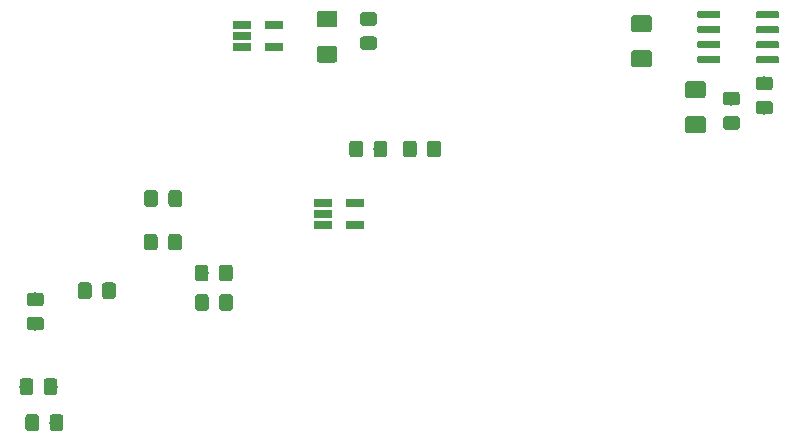
<source format=gbp>
G04 #@! TF.GenerationSoftware,KiCad,Pcbnew,(5.1.2)-1*
G04 #@! TF.CreationDate,2022-03-08T20:05:08-05:00*
G04 #@! TF.ProjectId,telemetry_receiver,74656c65-6d65-4747-9279-5f7265636569,rev?*
G04 #@! TF.SameCoordinates,Original*
G04 #@! TF.FileFunction,Paste,Bot*
G04 #@! TF.FilePolarity,Positive*
%FSLAX46Y46*%
G04 Gerber Fmt 4.6, Leading zero omitted, Abs format (unit mm)*
G04 Created by KiCad (PCBNEW (5.1.2)-1) date 2022-03-08 20:05:08*
%MOMM*%
%LPD*%
G04 APERTURE LIST*
%ADD10C,0.100000*%
%ADD11C,1.425000*%
%ADD12C,1.150000*%
%ADD13R,1.560000X0.650000*%
%ADD14C,0.600000*%
G04 APERTURE END LIST*
D10*
G36*
X154827504Y-77266704D02*
G01*
X154851773Y-77270304D01*
X154875571Y-77276265D01*
X154898671Y-77284530D01*
X154920849Y-77295020D01*
X154941893Y-77307633D01*
X154961598Y-77322247D01*
X154979777Y-77338723D01*
X154996253Y-77356902D01*
X155010867Y-77376607D01*
X155023480Y-77397651D01*
X155033970Y-77419829D01*
X155042235Y-77442929D01*
X155048196Y-77466727D01*
X155051796Y-77490996D01*
X155053000Y-77515500D01*
X155053000Y-78440500D01*
X155051796Y-78465004D01*
X155048196Y-78489273D01*
X155042235Y-78513071D01*
X155033970Y-78536171D01*
X155023480Y-78558349D01*
X155010867Y-78579393D01*
X154996253Y-78599098D01*
X154979777Y-78617277D01*
X154961598Y-78633753D01*
X154941893Y-78648367D01*
X154920849Y-78660980D01*
X154898671Y-78671470D01*
X154875571Y-78679735D01*
X154851773Y-78685696D01*
X154827504Y-78689296D01*
X154803000Y-78690500D01*
X153553000Y-78690500D01*
X153528496Y-78689296D01*
X153504227Y-78685696D01*
X153480429Y-78679735D01*
X153457329Y-78671470D01*
X153435151Y-78660980D01*
X153414107Y-78648367D01*
X153394402Y-78633753D01*
X153376223Y-78617277D01*
X153359747Y-78599098D01*
X153345133Y-78579393D01*
X153332520Y-78558349D01*
X153322030Y-78536171D01*
X153313765Y-78513071D01*
X153307804Y-78489273D01*
X153304204Y-78465004D01*
X153303000Y-78440500D01*
X153303000Y-77515500D01*
X153304204Y-77490996D01*
X153307804Y-77466727D01*
X153313765Y-77442929D01*
X153322030Y-77419829D01*
X153332520Y-77397651D01*
X153345133Y-77376607D01*
X153359747Y-77356902D01*
X153376223Y-77338723D01*
X153394402Y-77322247D01*
X153414107Y-77307633D01*
X153435151Y-77295020D01*
X153457329Y-77284530D01*
X153480429Y-77276265D01*
X153504227Y-77270304D01*
X153528496Y-77266704D01*
X153553000Y-77265500D01*
X154803000Y-77265500D01*
X154827504Y-77266704D01*
X154827504Y-77266704D01*
G37*
D11*
X154178000Y-77978000D03*
D10*
G36*
X154827504Y-80241704D02*
G01*
X154851773Y-80245304D01*
X154875571Y-80251265D01*
X154898671Y-80259530D01*
X154920849Y-80270020D01*
X154941893Y-80282633D01*
X154961598Y-80297247D01*
X154979777Y-80313723D01*
X154996253Y-80331902D01*
X155010867Y-80351607D01*
X155023480Y-80372651D01*
X155033970Y-80394829D01*
X155042235Y-80417929D01*
X155048196Y-80441727D01*
X155051796Y-80465996D01*
X155053000Y-80490500D01*
X155053000Y-81415500D01*
X155051796Y-81440004D01*
X155048196Y-81464273D01*
X155042235Y-81488071D01*
X155033970Y-81511171D01*
X155023480Y-81533349D01*
X155010867Y-81554393D01*
X154996253Y-81574098D01*
X154979777Y-81592277D01*
X154961598Y-81608753D01*
X154941893Y-81623367D01*
X154920849Y-81635980D01*
X154898671Y-81646470D01*
X154875571Y-81654735D01*
X154851773Y-81660696D01*
X154827504Y-81664296D01*
X154803000Y-81665500D01*
X153553000Y-81665500D01*
X153528496Y-81664296D01*
X153504227Y-81660696D01*
X153480429Y-81654735D01*
X153457329Y-81646470D01*
X153435151Y-81635980D01*
X153414107Y-81623367D01*
X153394402Y-81608753D01*
X153376223Y-81592277D01*
X153359747Y-81574098D01*
X153345133Y-81554393D01*
X153332520Y-81533349D01*
X153322030Y-81511171D01*
X153313765Y-81488071D01*
X153307804Y-81464273D01*
X153304204Y-81440004D01*
X153303000Y-81415500D01*
X153303000Y-80490500D01*
X153304204Y-80465996D01*
X153307804Y-80441727D01*
X153313765Y-80417929D01*
X153322030Y-80394829D01*
X153332520Y-80372651D01*
X153345133Y-80351607D01*
X153359747Y-80331902D01*
X153376223Y-80313723D01*
X153394402Y-80297247D01*
X153414107Y-80282633D01*
X153435151Y-80270020D01*
X153457329Y-80259530D01*
X153480429Y-80251265D01*
X153504227Y-80245304D01*
X153528496Y-80241704D01*
X153553000Y-80240500D01*
X154803000Y-80240500D01*
X154827504Y-80241704D01*
X154827504Y-80241704D01*
G37*
D11*
X154178000Y-80953000D03*
D10*
G36*
X98375505Y-105473204D02*
G01*
X98399773Y-105476804D01*
X98423572Y-105482765D01*
X98446671Y-105491030D01*
X98468850Y-105501520D01*
X98489893Y-105514132D01*
X98509599Y-105528747D01*
X98527777Y-105545223D01*
X98544253Y-105563401D01*
X98558868Y-105583107D01*
X98571480Y-105604150D01*
X98581970Y-105626329D01*
X98590235Y-105649428D01*
X98596196Y-105673227D01*
X98599796Y-105697495D01*
X98601000Y-105721999D01*
X98601000Y-106622001D01*
X98599796Y-106646505D01*
X98596196Y-106670773D01*
X98590235Y-106694572D01*
X98581970Y-106717671D01*
X98571480Y-106739850D01*
X98558868Y-106760893D01*
X98544253Y-106780599D01*
X98527777Y-106798777D01*
X98509599Y-106815253D01*
X98489893Y-106829868D01*
X98468850Y-106842480D01*
X98446671Y-106852970D01*
X98423572Y-106861235D01*
X98399773Y-106867196D01*
X98375505Y-106870796D01*
X98351001Y-106872000D01*
X97700999Y-106872000D01*
X97676495Y-106870796D01*
X97652227Y-106867196D01*
X97628428Y-106861235D01*
X97605329Y-106852970D01*
X97583150Y-106842480D01*
X97562107Y-106829868D01*
X97542401Y-106815253D01*
X97524223Y-106798777D01*
X97507747Y-106780599D01*
X97493132Y-106760893D01*
X97480520Y-106739850D01*
X97470030Y-106717671D01*
X97461765Y-106694572D01*
X97455804Y-106670773D01*
X97452204Y-106646505D01*
X97451000Y-106622001D01*
X97451000Y-105721999D01*
X97452204Y-105697495D01*
X97455804Y-105673227D01*
X97461765Y-105649428D01*
X97470030Y-105626329D01*
X97480520Y-105604150D01*
X97493132Y-105583107D01*
X97507747Y-105563401D01*
X97524223Y-105545223D01*
X97542401Y-105528747D01*
X97562107Y-105514132D01*
X97583150Y-105501520D01*
X97605329Y-105491030D01*
X97628428Y-105482765D01*
X97652227Y-105476804D01*
X97676495Y-105473204D01*
X97700999Y-105472000D01*
X98351001Y-105472000D01*
X98375505Y-105473204D01*
X98375505Y-105473204D01*
G37*
D12*
X98026000Y-106172000D03*
D10*
G36*
X100425505Y-105473204D02*
G01*
X100449773Y-105476804D01*
X100473572Y-105482765D01*
X100496671Y-105491030D01*
X100518850Y-105501520D01*
X100539893Y-105514132D01*
X100559599Y-105528747D01*
X100577777Y-105545223D01*
X100594253Y-105563401D01*
X100608868Y-105583107D01*
X100621480Y-105604150D01*
X100631970Y-105626329D01*
X100640235Y-105649428D01*
X100646196Y-105673227D01*
X100649796Y-105697495D01*
X100651000Y-105721999D01*
X100651000Y-106622001D01*
X100649796Y-106646505D01*
X100646196Y-106670773D01*
X100640235Y-106694572D01*
X100631970Y-106717671D01*
X100621480Y-106739850D01*
X100608868Y-106760893D01*
X100594253Y-106780599D01*
X100577777Y-106798777D01*
X100559599Y-106815253D01*
X100539893Y-106829868D01*
X100518850Y-106842480D01*
X100496671Y-106852970D01*
X100473572Y-106861235D01*
X100449773Y-106867196D01*
X100425505Y-106870796D01*
X100401001Y-106872000D01*
X99750999Y-106872000D01*
X99726495Y-106870796D01*
X99702227Y-106867196D01*
X99678428Y-106861235D01*
X99655329Y-106852970D01*
X99633150Y-106842480D01*
X99612107Y-106829868D01*
X99592401Y-106815253D01*
X99574223Y-106798777D01*
X99557747Y-106780599D01*
X99543132Y-106760893D01*
X99530520Y-106739850D01*
X99520030Y-106717671D01*
X99511765Y-106694572D01*
X99505804Y-106670773D01*
X99502204Y-106646505D01*
X99501000Y-106622001D01*
X99501000Y-105721999D01*
X99502204Y-105697495D01*
X99505804Y-105673227D01*
X99511765Y-105649428D01*
X99520030Y-105626329D01*
X99530520Y-105604150D01*
X99543132Y-105583107D01*
X99557747Y-105563401D01*
X99574223Y-105545223D01*
X99592401Y-105528747D01*
X99612107Y-105514132D01*
X99633150Y-105501520D01*
X99655329Y-105491030D01*
X99678428Y-105482765D01*
X99702227Y-105476804D01*
X99726495Y-105473204D01*
X99750999Y-105472000D01*
X100401001Y-105472000D01*
X100425505Y-105473204D01*
X100425505Y-105473204D01*
G37*
D12*
X100076000Y-106172000D03*
D13*
X115800000Y-74400000D03*
X115800000Y-73450000D03*
X115800000Y-72500000D03*
X118500000Y-72500000D03*
X118500000Y-74400000D03*
X122650000Y-89450000D03*
X122650000Y-88500000D03*
X122650000Y-87550000D03*
X125350000Y-87550000D03*
X125350000Y-89450000D03*
D10*
G36*
X156163703Y-75138722D02*
G01*
X156178264Y-75140882D01*
X156192543Y-75144459D01*
X156206403Y-75149418D01*
X156219710Y-75155712D01*
X156232336Y-75163280D01*
X156244159Y-75172048D01*
X156255066Y-75181934D01*
X156264952Y-75192841D01*
X156273720Y-75204664D01*
X156281288Y-75217290D01*
X156287582Y-75230597D01*
X156292541Y-75244457D01*
X156296118Y-75258736D01*
X156298278Y-75273297D01*
X156299000Y-75288000D01*
X156299000Y-75588000D01*
X156298278Y-75602703D01*
X156296118Y-75617264D01*
X156292541Y-75631543D01*
X156287582Y-75645403D01*
X156281288Y-75658710D01*
X156273720Y-75671336D01*
X156264952Y-75683159D01*
X156255066Y-75694066D01*
X156244159Y-75703952D01*
X156232336Y-75712720D01*
X156219710Y-75720288D01*
X156206403Y-75726582D01*
X156192543Y-75731541D01*
X156178264Y-75735118D01*
X156163703Y-75737278D01*
X156149000Y-75738000D01*
X154499000Y-75738000D01*
X154484297Y-75737278D01*
X154469736Y-75735118D01*
X154455457Y-75731541D01*
X154441597Y-75726582D01*
X154428290Y-75720288D01*
X154415664Y-75712720D01*
X154403841Y-75703952D01*
X154392934Y-75694066D01*
X154383048Y-75683159D01*
X154374280Y-75671336D01*
X154366712Y-75658710D01*
X154360418Y-75645403D01*
X154355459Y-75631543D01*
X154351882Y-75617264D01*
X154349722Y-75602703D01*
X154349000Y-75588000D01*
X154349000Y-75288000D01*
X154349722Y-75273297D01*
X154351882Y-75258736D01*
X154355459Y-75244457D01*
X154360418Y-75230597D01*
X154366712Y-75217290D01*
X154374280Y-75204664D01*
X154383048Y-75192841D01*
X154392934Y-75181934D01*
X154403841Y-75172048D01*
X154415664Y-75163280D01*
X154428290Y-75155712D01*
X154441597Y-75149418D01*
X154455457Y-75144459D01*
X154469736Y-75140882D01*
X154484297Y-75138722D01*
X154499000Y-75138000D01*
X156149000Y-75138000D01*
X156163703Y-75138722D01*
X156163703Y-75138722D01*
G37*
D14*
X155324000Y-75438000D03*
D10*
G36*
X156163703Y-73868722D02*
G01*
X156178264Y-73870882D01*
X156192543Y-73874459D01*
X156206403Y-73879418D01*
X156219710Y-73885712D01*
X156232336Y-73893280D01*
X156244159Y-73902048D01*
X156255066Y-73911934D01*
X156264952Y-73922841D01*
X156273720Y-73934664D01*
X156281288Y-73947290D01*
X156287582Y-73960597D01*
X156292541Y-73974457D01*
X156296118Y-73988736D01*
X156298278Y-74003297D01*
X156299000Y-74018000D01*
X156299000Y-74318000D01*
X156298278Y-74332703D01*
X156296118Y-74347264D01*
X156292541Y-74361543D01*
X156287582Y-74375403D01*
X156281288Y-74388710D01*
X156273720Y-74401336D01*
X156264952Y-74413159D01*
X156255066Y-74424066D01*
X156244159Y-74433952D01*
X156232336Y-74442720D01*
X156219710Y-74450288D01*
X156206403Y-74456582D01*
X156192543Y-74461541D01*
X156178264Y-74465118D01*
X156163703Y-74467278D01*
X156149000Y-74468000D01*
X154499000Y-74468000D01*
X154484297Y-74467278D01*
X154469736Y-74465118D01*
X154455457Y-74461541D01*
X154441597Y-74456582D01*
X154428290Y-74450288D01*
X154415664Y-74442720D01*
X154403841Y-74433952D01*
X154392934Y-74424066D01*
X154383048Y-74413159D01*
X154374280Y-74401336D01*
X154366712Y-74388710D01*
X154360418Y-74375403D01*
X154355459Y-74361543D01*
X154351882Y-74347264D01*
X154349722Y-74332703D01*
X154349000Y-74318000D01*
X154349000Y-74018000D01*
X154349722Y-74003297D01*
X154351882Y-73988736D01*
X154355459Y-73974457D01*
X154360418Y-73960597D01*
X154366712Y-73947290D01*
X154374280Y-73934664D01*
X154383048Y-73922841D01*
X154392934Y-73911934D01*
X154403841Y-73902048D01*
X154415664Y-73893280D01*
X154428290Y-73885712D01*
X154441597Y-73879418D01*
X154455457Y-73874459D01*
X154469736Y-73870882D01*
X154484297Y-73868722D01*
X154499000Y-73868000D01*
X156149000Y-73868000D01*
X156163703Y-73868722D01*
X156163703Y-73868722D01*
G37*
D14*
X155324000Y-74168000D03*
D10*
G36*
X156163703Y-72598722D02*
G01*
X156178264Y-72600882D01*
X156192543Y-72604459D01*
X156206403Y-72609418D01*
X156219710Y-72615712D01*
X156232336Y-72623280D01*
X156244159Y-72632048D01*
X156255066Y-72641934D01*
X156264952Y-72652841D01*
X156273720Y-72664664D01*
X156281288Y-72677290D01*
X156287582Y-72690597D01*
X156292541Y-72704457D01*
X156296118Y-72718736D01*
X156298278Y-72733297D01*
X156299000Y-72748000D01*
X156299000Y-73048000D01*
X156298278Y-73062703D01*
X156296118Y-73077264D01*
X156292541Y-73091543D01*
X156287582Y-73105403D01*
X156281288Y-73118710D01*
X156273720Y-73131336D01*
X156264952Y-73143159D01*
X156255066Y-73154066D01*
X156244159Y-73163952D01*
X156232336Y-73172720D01*
X156219710Y-73180288D01*
X156206403Y-73186582D01*
X156192543Y-73191541D01*
X156178264Y-73195118D01*
X156163703Y-73197278D01*
X156149000Y-73198000D01*
X154499000Y-73198000D01*
X154484297Y-73197278D01*
X154469736Y-73195118D01*
X154455457Y-73191541D01*
X154441597Y-73186582D01*
X154428290Y-73180288D01*
X154415664Y-73172720D01*
X154403841Y-73163952D01*
X154392934Y-73154066D01*
X154383048Y-73143159D01*
X154374280Y-73131336D01*
X154366712Y-73118710D01*
X154360418Y-73105403D01*
X154355459Y-73091543D01*
X154351882Y-73077264D01*
X154349722Y-73062703D01*
X154349000Y-73048000D01*
X154349000Y-72748000D01*
X154349722Y-72733297D01*
X154351882Y-72718736D01*
X154355459Y-72704457D01*
X154360418Y-72690597D01*
X154366712Y-72677290D01*
X154374280Y-72664664D01*
X154383048Y-72652841D01*
X154392934Y-72641934D01*
X154403841Y-72632048D01*
X154415664Y-72623280D01*
X154428290Y-72615712D01*
X154441597Y-72609418D01*
X154455457Y-72604459D01*
X154469736Y-72600882D01*
X154484297Y-72598722D01*
X154499000Y-72598000D01*
X156149000Y-72598000D01*
X156163703Y-72598722D01*
X156163703Y-72598722D01*
G37*
D14*
X155324000Y-72898000D03*
D10*
G36*
X156163703Y-71328722D02*
G01*
X156178264Y-71330882D01*
X156192543Y-71334459D01*
X156206403Y-71339418D01*
X156219710Y-71345712D01*
X156232336Y-71353280D01*
X156244159Y-71362048D01*
X156255066Y-71371934D01*
X156264952Y-71382841D01*
X156273720Y-71394664D01*
X156281288Y-71407290D01*
X156287582Y-71420597D01*
X156292541Y-71434457D01*
X156296118Y-71448736D01*
X156298278Y-71463297D01*
X156299000Y-71478000D01*
X156299000Y-71778000D01*
X156298278Y-71792703D01*
X156296118Y-71807264D01*
X156292541Y-71821543D01*
X156287582Y-71835403D01*
X156281288Y-71848710D01*
X156273720Y-71861336D01*
X156264952Y-71873159D01*
X156255066Y-71884066D01*
X156244159Y-71893952D01*
X156232336Y-71902720D01*
X156219710Y-71910288D01*
X156206403Y-71916582D01*
X156192543Y-71921541D01*
X156178264Y-71925118D01*
X156163703Y-71927278D01*
X156149000Y-71928000D01*
X154499000Y-71928000D01*
X154484297Y-71927278D01*
X154469736Y-71925118D01*
X154455457Y-71921541D01*
X154441597Y-71916582D01*
X154428290Y-71910288D01*
X154415664Y-71902720D01*
X154403841Y-71893952D01*
X154392934Y-71884066D01*
X154383048Y-71873159D01*
X154374280Y-71861336D01*
X154366712Y-71848710D01*
X154360418Y-71835403D01*
X154355459Y-71821543D01*
X154351882Y-71807264D01*
X154349722Y-71792703D01*
X154349000Y-71778000D01*
X154349000Y-71478000D01*
X154349722Y-71463297D01*
X154351882Y-71448736D01*
X154355459Y-71434457D01*
X154360418Y-71420597D01*
X154366712Y-71407290D01*
X154374280Y-71394664D01*
X154383048Y-71382841D01*
X154392934Y-71371934D01*
X154403841Y-71362048D01*
X154415664Y-71353280D01*
X154428290Y-71345712D01*
X154441597Y-71339418D01*
X154455457Y-71334459D01*
X154469736Y-71330882D01*
X154484297Y-71328722D01*
X154499000Y-71328000D01*
X156149000Y-71328000D01*
X156163703Y-71328722D01*
X156163703Y-71328722D01*
G37*
D14*
X155324000Y-71628000D03*
D10*
G36*
X161113703Y-71328722D02*
G01*
X161128264Y-71330882D01*
X161142543Y-71334459D01*
X161156403Y-71339418D01*
X161169710Y-71345712D01*
X161182336Y-71353280D01*
X161194159Y-71362048D01*
X161205066Y-71371934D01*
X161214952Y-71382841D01*
X161223720Y-71394664D01*
X161231288Y-71407290D01*
X161237582Y-71420597D01*
X161242541Y-71434457D01*
X161246118Y-71448736D01*
X161248278Y-71463297D01*
X161249000Y-71478000D01*
X161249000Y-71778000D01*
X161248278Y-71792703D01*
X161246118Y-71807264D01*
X161242541Y-71821543D01*
X161237582Y-71835403D01*
X161231288Y-71848710D01*
X161223720Y-71861336D01*
X161214952Y-71873159D01*
X161205066Y-71884066D01*
X161194159Y-71893952D01*
X161182336Y-71902720D01*
X161169710Y-71910288D01*
X161156403Y-71916582D01*
X161142543Y-71921541D01*
X161128264Y-71925118D01*
X161113703Y-71927278D01*
X161099000Y-71928000D01*
X159449000Y-71928000D01*
X159434297Y-71927278D01*
X159419736Y-71925118D01*
X159405457Y-71921541D01*
X159391597Y-71916582D01*
X159378290Y-71910288D01*
X159365664Y-71902720D01*
X159353841Y-71893952D01*
X159342934Y-71884066D01*
X159333048Y-71873159D01*
X159324280Y-71861336D01*
X159316712Y-71848710D01*
X159310418Y-71835403D01*
X159305459Y-71821543D01*
X159301882Y-71807264D01*
X159299722Y-71792703D01*
X159299000Y-71778000D01*
X159299000Y-71478000D01*
X159299722Y-71463297D01*
X159301882Y-71448736D01*
X159305459Y-71434457D01*
X159310418Y-71420597D01*
X159316712Y-71407290D01*
X159324280Y-71394664D01*
X159333048Y-71382841D01*
X159342934Y-71371934D01*
X159353841Y-71362048D01*
X159365664Y-71353280D01*
X159378290Y-71345712D01*
X159391597Y-71339418D01*
X159405457Y-71334459D01*
X159419736Y-71330882D01*
X159434297Y-71328722D01*
X159449000Y-71328000D01*
X161099000Y-71328000D01*
X161113703Y-71328722D01*
X161113703Y-71328722D01*
G37*
D14*
X160274000Y-71628000D03*
D10*
G36*
X161113703Y-72598722D02*
G01*
X161128264Y-72600882D01*
X161142543Y-72604459D01*
X161156403Y-72609418D01*
X161169710Y-72615712D01*
X161182336Y-72623280D01*
X161194159Y-72632048D01*
X161205066Y-72641934D01*
X161214952Y-72652841D01*
X161223720Y-72664664D01*
X161231288Y-72677290D01*
X161237582Y-72690597D01*
X161242541Y-72704457D01*
X161246118Y-72718736D01*
X161248278Y-72733297D01*
X161249000Y-72748000D01*
X161249000Y-73048000D01*
X161248278Y-73062703D01*
X161246118Y-73077264D01*
X161242541Y-73091543D01*
X161237582Y-73105403D01*
X161231288Y-73118710D01*
X161223720Y-73131336D01*
X161214952Y-73143159D01*
X161205066Y-73154066D01*
X161194159Y-73163952D01*
X161182336Y-73172720D01*
X161169710Y-73180288D01*
X161156403Y-73186582D01*
X161142543Y-73191541D01*
X161128264Y-73195118D01*
X161113703Y-73197278D01*
X161099000Y-73198000D01*
X159449000Y-73198000D01*
X159434297Y-73197278D01*
X159419736Y-73195118D01*
X159405457Y-73191541D01*
X159391597Y-73186582D01*
X159378290Y-73180288D01*
X159365664Y-73172720D01*
X159353841Y-73163952D01*
X159342934Y-73154066D01*
X159333048Y-73143159D01*
X159324280Y-73131336D01*
X159316712Y-73118710D01*
X159310418Y-73105403D01*
X159305459Y-73091543D01*
X159301882Y-73077264D01*
X159299722Y-73062703D01*
X159299000Y-73048000D01*
X159299000Y-72748000D01*
X159299722Y-72733297D01*
X159301882Y-72718736D01*
X159305459Y-72704457D01*
X159310418Y-72690597D01*
X159316712Y-72677290D01*
X159324280Y-72664664D01*
X159333048Y-72652841D01*
X159342934Y-72641934D01*
X159353841Y-72632048D01*
X159365664Y-72623280D01*
X159378290Y-72615712D01*
X159391597Y-72609418D01*
X159405457Y-72604459D01*
X159419736Y-72600882D01*
X159434297Y-72598722D01*
X159449000Y-72598000D01*
X161099000Y-72598000D01*
X161113703Y-72598722D01*
X161113703Y-72598722D01*
G37*
D14*
X160274000Y-72898000D03*
D10*
G36*
X161113703Y-73868722D02*
G01*
X161128264Y-73870882D01*
X161142543Y-73874459D01*
X161156403Y-73879418D01*
X161169710Y-73885712D01*
X161182336Y-73893280D01*
X161194159Y-73902048D01*
X161205066Y-73911934D01*
X161214952Y-73922841D01*
X161223720Y-73934664D01*
X161231288Y-73947290D01*
X161237582Y-73960597D01*
X161242541Y-73974457D01*
X161246118Y-73988736D01*
X161248278Y-74003297D01*
X161249000Y-74018000D01*
X161249000Y-74318000D01*
X161248278Y-74332703D01*
X161246118Y-74347264D01*
X161242541Y-74361543D01*
X161237582Y-74375403D01*
X161231288Y-74388710D01*
X161223720Y-74401336D01*
X161214952Y-74413159D01*
X161205066Y-74424066D01*
X161194159Y-74433952D01*
X161182336Y-74442720D01*
X161169710Y-74450288D01*
X161156403Y-74456582D01*
X161142543Y-74461541D01*
X161128264Y-74465118D01*
X161113703Y-74467278D01*
X161099000Y-74468000D01*
X159449000Y-74468000D01*
X159434297Y-74467278D01*
X159419736Y-74465118D01*
X159405457Y-74461541D01*
X159391597Y-74456582D01*
X159378290Y-74450288D01*
X159365664Y-74442720D01*
X159353841Y-74433952D01*
X159342934Y-74424066D01*
X159333048Y-74413159D01*
X159324280Y-74401336D01*
X159316712Y-74388710D01*
X159310418Y-74375403D01*
X159305459Y-74361543D01*
X159301882Y-74347264D01*
X159299722Y-74332703D01*
X159299000Y-74318000D01*
X159299000Y-74018000D01*
X159299722Y-74003297D01*
X159301882Y-73988736D01*
X159305459Y-73974457D01*
X159310418Y-73960597D01*
X159316712Y-73947290D01*
X159324280Y-73934664D01*
X159333048Y-73922841D01*
X159342934Y-73911934D01*
X159353841Y-73902048D01*
X159365664Y-73893280D01*
X159378290Y-73885712D01*
X159391597Y-73879418D01*
X159405457Y-73874459D01*
X159419736Y-73870882D01*
X159434297Y-73868722D01*
X159449000Y-73868000D01*
X161099000Y-73868000D01*
X161113703Y-73868722D01*
X161113703Y-73868722D01*
G37*
D14*
X160274000Y-74168000D03*
D10*
G36*
X161113703Y-75138722D02*
G01*
X161128264Y-75140882D01*
X161142543Y-75144459D01*
X161156403Y-75149418D01*
X161169710Y-75155712D01*
X161182336Y-75163280D01*
X161194159Y-75172048D01*
X161205066Y-75181934D01*
X161214952Y-75192841D01*
X161223720Y-75204664D01*
X161231288Y-75217290D01*
X161237582Y-75230597D01*
X161242541Y-75244457D01*
X161246118Y-75258736D01*
X161248278Y-75273297D01*
X161249000Y-75288000D01*
X161249000Y-75588000D01*
X161248278Y-75602703D01*
X161246118Y-75617264D01*
X161242541Y-75631543D01*
X161237582Y-75645403D01*
X161231288Y-75658710D01*
X161223720Y-75671336D01*
X161214952Y-75683159D01*
X161205066Y-75694066D01*
X161194159Y-75703952D01*
X161182336Y-75712720D01*
X161169710Y-75720288D01*
X161156403Y-75726582D01*
X161142543Y-75731541D01*
X161128264Y-75735118D01*
X161113703Y-75737278D01*
X161099000Y-75738000D01*
X159449000Y-75738000D01*
X159434297Y-75737278D01*
X159419736Y-75735118D01*
X159405457Y-75731541D01*
X159391597Y-75726582D01*
X159378290Y-75720288D01*
X159365664Y-75712720D01*
X159353841Y-75703952D01*
X159342934Y-75694066D01*
X159333048Y-75683159D01*
X159324280Y-75671336D01*
X159316712Y-75658710D01*
X159310418Y-75645403D01*
X159305459Y-75631543D01*
X159301882Y-75617264D01*
X159299722Y-75602703D01*
X159299000Y-75588000D01*
X159299000Y-75288000D01*
X159299722Y-75273297D01*
X159301882Y-75258736D01*
X159305459Y-75244457D01*
X159310418Y-75230597D01*
X159316712Y-75217290D01*
X159324280Y-75204664D01*
X159333048Y-75192841D01*
X159342934Y-75181934D01*
X159353841Y-75172048D01*
X159365664Y-75163280D01*
X159378290Y-75155712D01*
X159391597Y-75149418D01*
X159405457Y-75144459D01*
X159419736Y-75140882D01*
X159434297Y-75138722D01*
X159449000Y-75138000D01*
X161099000Y-75138000D01*
X161113703Y-75138722D01*
X161113703Y-75138722D01*
G37*
D14*
X160274000Y-75438000D03*
D10*
G36*
X97885505Y-102425204D02*
G01*
X97909773Y-102428804D01*
X97933572Y-102434765D01*
X97956671Y-102443030D01*
X97978850Y-102453520D01*
X97999893Y-102466132D01*
X98019599Y-102480747D01*
X98037777Y-102497223D01*
X98054253Y-102515401D01*
X98068868Y-102535107D01*
X98081480Y-102556150D01*
X98091970Y-102578329D01*
X98100235Y-102601428D01*
X98106196Y-102625227D01*
X98109796Y-102649495D01*
X98111000Y-102673999D01*
X98111000Y-103574001D01*
X98109796Y-103598505D01*
X98106196Y-103622773D01*
X98100235Y-103646572D01*
X98091970Y-103669671D01*
X98081480Y-103691850D01*
X98068868Y-103712893D01*
X98054253Y-103732599D01*
X98037777Y-103750777D01*
X98019599Y-103767253D01*
X97999893Y-103781868D01*
X97978850Y-103794480D01*
X97956671Y-103804970D01*
X97933572Y-103813235D01*
X97909773Y-103819196D01*
X97885505Y-103822796D01*
X97861001Y-103824000D01*
X97210999Y-103824000D01*
X97186495Y-103822796D01*
X97162227Y-103819196D01*
X97138428Y-103813235D01*
X97115329Y-103804970D01*
X97093150Y-103794480D01*
X97072107Y-103781868D01*
X97052401Y-103767253D01*
X97034223Y-103750777D01*
X97017747Y-103732599D01*
X97003132Y-103712893D01*
X96990520Y-103691850D01*
X96980030Y-103669671D01*
X96971765Y-103646572D01*
X96965804Y-103622773D01*
X96962204Y-103598505D01*
X96961000Y-103574001D01*
X96961000Y-102673999D01*
X96962204Y-102649495D01*
X96965804Y-102625227D01*
X96971765Y-102601428D01*
X96980030Y-102578329D01*
X96990520Y-102556150D01*
X97003132Y-102535107D01*
X97017747Y-102515401D01*
X97034223Y-102497223D01*
X97052401Y-102480747D01*
X97072107Y-102466132D01*
X97093150Y-102453520D01*
X97115329Y-102443030D01*
X97138428Y-102434765D01*
X97162227Y-102428804D01*
X97186495Y-102425204D01*
X97210999Y-102424000D01*
X97861001Y-102424000D01*
X97885505Y-102425204D01*
X97885505Y-102425204D01*
G37*
D12*
X97536000Y-103124000D03*
D10*
G36*
X99935505Y-102425204D02*
G01*
X99959773Y-102428804D01*
X99983572Y-102434765D01*
X100006671Y-102443030D01*
X100028850Y-102453520D01*
X100049893Y-102466132D01*
X100069599Y-102480747D01*
X100087777Y-102497223D01*
X100104253Y-102515401D01*
X100118868Y-102535107D01*
X100131480Y-102556150D01*
X100141970Y-102578329D01*
X100150235Y-102601428D01*
X100156196Y-102625227D01*
X100159796Y-102649495D01*
X100161000Y-102673999D01*
X100161000Y-103574001D01*
X100159796Y-103598505D01*
X100156196Y-103622773D01*
X100150235Y-103646572D01*
X100141970Y-103669671D01*
X100131480Y-103691850D01*
X100118868Y-103712893D01*
X100104253Y-103732599D01*
X100087777Y-103750777D01*
X100069599Y-103767253D01*
X100049893Y-103781868D01*
X100028850Y-103794480D01*
X100006671Y-103804970D01*
X99983572Y-103813235D01*
X99959773Y-103819196D01*
X99935505Y-103822796D01*
X99911001Y-103824000D01*
X99260999Y-103824000D01*
X99236495Y-103822796D01*
X99212227Y-103819196D01*
X99188428Y-103813235D01*
X99165329Y-103804970D01*
X99143150Y-103794480D01*
X99122107Y-103781868D01*
X99102401Y-103767253D01*
X99084223Y-103750777D01*
X99067747Y-103732599D01*
X99053132Y-103712893D01*
X99040520Y-103691850D01*
X99030030Y-103669671D01*
X99021765Y-103646572D01*
X99015804Y-103622773D01*
X99012204Y-103598505D01*
X99011000Y-103574001D01*
X99011000Y-102673999D01*
X99012204Y-102649495D01*
X99015804Y-102625227D01*
X99021765Y-102601428D01*
X99030030Y-102578329D01*
X99040520Y-102556150D01*
X99053132Y-102535107D01*
X99067747Y-102515401D01*
X99084223Y-102497223D01*
X99102401Y-102480747D01*
X99122107Y-102466132D01*
X99143150Y-102453520D01*
X99165329Y-102443030D01*
X99188428Y-102434765D01*
X99212227Y-102428804D01*
X99236495Y-102425204D01*
X99260999Y-102424000D01*
X99911001Y-102424000D01*
X99935505Y-102425204D01*
X99935505Y-102425204D01*
G37*
D12*
X99586000Y-103124000D03*
D10*
G36*
X123649504Y-74263704D02*
G01*
X123673773Y-74267304D01*
X123697571Y-74273265D01*
X123720671Y-74281530D01*
X123742849Y-74292020D01*
X123763893Y-74304633D01*
X123783598Y-74319247D01*
X123801777Y-74335723D01*
X123818253Y-74353902D01*
X123832867Y-74373607D01*
X123845480Y-74394651D01*
X123855970Y-74416829D01*
X123864235Y-74439929D01*
X123870196Y-74463727D01*
X123873796Y-74487996D01*
X123875000Y-74512500D01*
X123875000Y-75437500D01*
X123873796Y-75462004D01*
X123870196Y-75486273D01*
X123864235Y-75510071D01*
X123855970Y-75533171D01*
X123845480Y-75555349D01*
X123832867Y-75576393D01*
X123818253Y-75596098D01*
X123801777Y-75614277D01*
X123783598Y-75630753D01*
X123763893Y-75645367D01*
X123742849Y-75657980D01*
X123720671Y-75668470D01*
X123697571Y-75676735D01*
X123673773Y-75682696D01*
X123649504Y-75686296D01*
X123625000Y-75687500D01*
X122375000Y-75687500D01*
X122350496Y-75686296D01*
X122326227Y-75682696D01*
X122302429Y-75676735D01*
X122279329Y-75668470D01*
X122257151Y-75657980D01*
X122236107Y-75645367D01*
X122216402Y-75630753D01*
X122198223Y-75614277D01*
X122181747Y-75596098D01*
X122167133Y-75576393D01*
X122154520Y-75555349D01*
X122144030Y-75533171D01*
X122135765Y-75510071D01*
X122129804Y-75486273D01*
X122126204Y-75462004D01*
X122125000Y-75437500D01*
X122125000Y-74512500D01*
X122126204Y-74487996D01*
X122129804Y-74463727D01*
X122135765Y-74439929D01*
X122144030Y-74416829D01*
X122154520Y-74394651D01*
X122167133Y-74373607D01*
X122181747Y-74353902D01*
X122198223Y-74335723D01*
X122216402Y-74319247D01*
X122236107Y-74304633D01*
X122257151Y-74292020D01*
X122279329Y-74281530D01*
X122302429Y-74273265D01*
X122326227Y-74267304D01*
X122350496Y-74263704D01*
X122375000Y-74262500D01*
X123625000Y-74262500D01*
X123649504Y-74263704D01*
X123649504Y-74263704D01*
G37*
D11*
X123000000Y-74975000D03*
D10*
G36*
X123649504Y-71288704D02*
G01*
X123673773Y-71292304D01*
X123697571Y-71298265D01*
X123720671Y-71306530D01*
X123742849Y-71317020D01*
X123763893Y-71329633D01*
X123783598Y-71344247D01*
X123801777Y-71360723D01*
X123818253Y-71378902D01*
X123832867Y-71398607D01*
X123845480Y-71419651D01*
X123855970Y-71441829D01*
X123864235Y-71464929D01*
X123870196Y-71488727D01*
X123873796Y-71512996D01*
X123875000Y-71537500D01*
X123875000Y-72462500D01*
X123873796Y-72487004D01*
X123870196Y-72511273D01*
X123864235Y-72535071D01*
X123855970Y-72558171D01*
X123845480Y-72580349D01*
X123832867Y-72601393D01*
X123818253Y-72621098D01*
X123801777Y-72639277D01*
X123783598Y-72655753D01*
X123763893Y-72670367D01*
X123742849Y-72682980D01*
X123720671Y-72693470D01*
X123697571Y-72701735D01*
X123673773Y-72707696D01*
X123649504Y-72711296D01*
X123625000Y-72712500D01*
X122375000Y-72712500D01*
X122350496Y-72711296D01*
X122326227Y-72707696D01*
X122302429Y-72701735D01*
X122279329Y-72693470D01*
X122257151Y-72682980D01*
X122236107Y-72670367D01*
X122216402Y-72655753D01*
X122198223Y-72639277D01*
X122181747Y-72621098D01*
X122167133Y-72601393D01*
X122154520Y-72580349D01*
X122144030Y-72558171D01*
X122135765Y-72535071D01*
X122129804Y-72511273D01*
X122126204Y-72487004D01*
X122125000Y-72462500D01*
X122125000Y-71537500D01*
X122126204Y-71512996D01*
X122129804Y-71488727D01*
X122135765Y-71464929D01*
X122144030Y-71441829D01*
X122154520Y-71419651D01*
X122167133Y-71398607D01*
X122181747Y-71378902D01*
X122198223Y-71360723D01*
X122216402Y-71344247D01*
X122236107Y-71329633D01*
X122257151Y-71317020D01*
X122279329Y-71306530D01*
X122302429Y-71298265D01*
X122326227Y-71292304D01*
X122350496Y-71288704D01*
X122375000Y-71287500D01*
X123625000Y-71287500D01*
X123649504Y-71288704D01*
X123649504Y-71288704D01*
G37*
D11*
X123000000Y-72000000D03*
D10*
G36*
X150255504Y-74653704D02*
G01*
X150279773Y-74657304D01*
X150303571Y-74663265D01*
X150326671Y-74671530D01*
X150348849Y-74682020D01*
X150369893Y-74694633D01*
X150389598Y-74709247D01*
X150407777Y-74725723D01*
X150424253Y-74743902D01*
X150438867Y-74763607D01*
X150451480Y-74784651D01*
X150461970Y-74806829D01*
X150470235Y-74829929D01*
X150476196Y-74853727D01*
X150479796Y-74877996D01*
X150481000Y-74902500D01*
X150481000Y-75827500D01*
X150479796Y-75852004D01*
X150476196Y-75876273D01*
X150470235Y-75900071D01*
X150461970Y-75923171D01*
X150451480Y-75945349D01*
X150438867Y-75966393D01*
X150424253Y-75986098D01*
X150407777Y-76004277D01*
X150389598Y-76020753D01*
X150369893Y-76035367D01*
X150348849Y-76047980D01*
X150326671Y-76058470D01*
X150303571Y-76066735D01*
X150279773Y-76072696D01*
X150255504Y-76076296D01*
X150231000Y-76077500D01*
X148981000Y-76077500D01*
X148956496Y-76076296D01*
X148932227Y-76072696D01*
X148908429Y-76066735D01*
X148885329Y-76058470D01*
X148863151Y-76047980D01*
X148842107Y-76035367D01*
X148822402Y-76020753D01*
X148804223Y-76004277D01*
X148787747Y-75986098D01*
X148773133Y-75966393D01*
X148760520Y-75945349D01*
X148750030Y-75923171D01*
X148741765Y-75900071D01*
X148735804Y-75876273D01*
X148732204Y-75852004D01*
X148731000Y-75827500D01*
X148731000Y-74902500D01*
X148732204Y-74877996D01*
X148735804Y-74853727D01*
X148741765Y-74829929D01*
X148750030Y-74806829D01*
X148760520Y-74784651D01*
X148773133Y-74763607D01*
X148787747Y-74743902D01*
X148804223Y-74725723D01*
X148822402Y-74709247D01*
X148842107Y-74694633D01*
X148863151Y-74682020D01*
X148885329Y-74671530D01*
X148908429Y-74663265D01*
X148932227Y-74657304D01*
X148956496Y-74653704D01*
X148981000Y-74652500D01*
X150231000Y-74652500D01*
X150255504Y-74653704D01*
X150255504Y-74653704D01*
G37*
D11*
X149606000Y-75365000D03*
D10*
G36*
X150255504Y-71678704D02*
G01*
X150279773Y-71682304D01*
X150303571Y-71688265D01*
X150326671Y-71696530D01*
X150348849Y-71707020D01*
X150369893Y-71719633D01*
X150389598Y-71734247D01*
X150407777Y-71750723D01*
X150424253Y-71768902D01*
X150438867Y-71788607D01*
X150451480Y-71809651D01*
X150461970Y-71831829D01*
X150470235Y-71854929D01*
X150476196Y-71878727D01*
X150479796Y-71902996D01*
X150481000Y-71927500D01*
X150481000Y-72852500D01*
X150479796Y-72877004D01*
X150476196Y-72901273D01*
X150470235Y-72925071D01*
X150461970Y-72948171D01*
X150451480Y-72970349D01*
X150438867Y-72991393D01*
X150424253Y-73011098D01*
X150407777Y-73029277D01*
X150389598Y-73045753D01*
X150369893Y-73060367D01*
X150348849Y-73072980D01*
X150326671Y-73083470D01*
X150303571Y-73091735D01*
X150279773Y-73097696D01*
X150255504Y-73101296D01*
X150231000Y-73102500D01*
X148981000Y-73102500D01*
X148956496Y-73101296D01*
X148932227Y-73097696D01*
X148908429Y-73091735D01*
X148885329Y-73083470D01*
X148863151Y-73072980D01*
X148842107Y-73060367D01*
X148822402Y-73045753D01*
X148804223Y-73029277D01*
X148787747Y-73011098D01*
X148773133Y-72991393D01*
X148760520Y-72970349D01*
X148750030Y-72948171D01*
X148741765Y-72925071D01*
X148735804Y-72901273D01*
X148732204Y-72877004D01*
X148731000Y-72852500D01*
X148731000Y-71927500D01*
X148732204Y-71902996D01*
X148735804Y-71878727D01*
X148741765Y-71854929D01*
X148750030Y-71831829D01*
X148760520Y-71809651D01*
X148773133Y-71788607D01*
X148787747Y-71768902D01*
X148804223Y-71750723D01*
X148822402Y-71734247D01*
X148842107Y-71719633D01*
X148863151Y-71707020D01*
X148885329Y-71696530D01*
X148908429Y-71688265D01*
X148932227Y-71682304D01*
X148956496Y-71678704D01*
X148981000Y-71677500D01*
X150231000Y-71677500D01*
X150255504Y-71678704D01*
X150255504Y-71678704D01*
G37*
D11*
X149606000Y-72390000D03*
D10*
G36*
X110490185Y-86498844D02*
G01*
X110514453Y-86502444D01*
X110538252Y-86508405D01*
X110561351Y-86516670D01*
X110583530Y-86527160D01*
X110604573Y-86539772D01*
X110624279Y-86554387D01*
X110642457Y-86570863D01*
X110658933Y-86589041D01*
X110673548Y-86608747D01*
X110686160Y-86629790D01*
X110696650Y-86651969D01*
X110704915Y-86675068D01*
X110710876Y-86698867D01*
X110714476Y-86723135D01*
X110715680Y-86747639D01*
X110715680Y-87647641D01*
X110714476Y-87672145D01*
X110710876Y-87696413D01*
X110704915Y-87720212D01*
X110696650Y-87743311D01*
X110686160Y-87765490D01*
X110673548Y-87786533D01*
X110658933Y-87806239D01*
X110642457Y-87824417D01*
X110624279Y-87840893D01*
X110604573Y-87855508D01*
X110583530Y-87868120D01*
X110561351Y-87878610D01*
X110538252Y-87886875D01*
X110514453Y-87892836D01*
X110490185Y-87896436D01*
X110465681Y-87897640D01*
X109815679Y-87897640D01*
X109791175Y-87896436D01*
X109766907Y-87892836D01*
X109743108Y-87886875D01*
X109720009Y-87878610D01*
X109697830Y-87868120D01*
X109676787Y-87855508D01*
X109657081Y-87840893D01*
X109638903Y-87824417D01*
X109622427Y-87806239D01*
X109607812Y-87786533D01*
X109595200Y-87765490D01*
X109584710Y-87743311D01*
X109576445Y-87720212D01*
X109570484Y-87696413D01*
X109566884Y-87672145D01*
X109565680Y-87647641D01*
X109565680Y-86747639D01*
X109566884Y-86723135D01*
X109570484Y-86698867D01*
X109576445Y-86675068D01*
X109584710Y-86651969D01*
X109595200Y-86629790D01*
X109607812Y-86608747D01*
X109622427Y-86589041D01*
X109638903Y-86570863D01*
X109657081Y-86554387D01*
X109676787Y-86539772D01*
X109697830Y-86527160D01*
X109720009Y-86516670D01*
X109743108Y-86508405D01*
X109766907Y-86502444D01*
X109791175Y-86498844D01*
X109815679Y-86497640D01*
X110465681Y-86497640D01*
X110490185Y-86498844D01*
X110490185Y-86498844D01*
G37*
D12*
X110140680Y-87197640D03*
D10*
G36*
X108440185Y-86498844D02*
G01*
X108464453Y-86502444D01*
X108488252Y-86508405D01*
X108511351Y-86516670D01*
X108533530Y-86527160D01*
X108554573Y-86539772D01*
X108574279Y-86554387D01*
X108592457Y-86570863D01*
X108608933Y-86589041D01*
X108623548Y-86608747D01*
X108636160Y-86629790D01*
X108646650Y-86651969D01*
X108654915Y-86675068D01*
X108660876Y-86698867D01*
X108664476Y-86723135D01*
X108665680Y-86747639D01*
X108665680Y-87647641D01*
X108664476Y-87672145D01*
X108660876Y-87696413D01*
X108654915Y-87720212D01*
X108646650Y-87743311D01*
X108636160Y-87765490D01*
X108623548Y-87786533D01*
X108608933Y-87806239D01*
X108592457Y-87824417D01*
X108574279Y-87840893D01*
X108554573Y-87855508D01*
X108533530Y-87868120D01*
X108511351Y-87878610D01*
X108488252Y-87886875D01*
X108464453Y-87892836D01*
X108440185Y-87896436D01*
X108415681Y-87897640D01*
X107765679Y-87897640D01*
X107741175Y-87896436D01*
X107716907Y-87892836D01*
X107693108Y-87886875D01*
X107670009Y-87878610D01*
X107647830Y-87868120D01*
X107626787Y-87855508D01*
X107607081Y-87840893D01*
X107588903Y-87824417D01*
X107572427Y-87806239D01*
X107557812Y-87786533D01*
X107545200Y-87765490D01*
X107534710Y-87743311D01*
X107526445Y-87720212D01*
X107520484Y-87696413D01*
X107516884Y-87672145D01*
X107515680Y-87647641D01*
X107515680Y-86747639D01*
X107516884Y-86723135D01*
X107520484Y-86698867D01*
X107526445Y-86675068D01*
X107534710Y-86651969D01*
X107545200Y-86629790D01*
X107557812Y-86608747D01*
X107572427Y-86589041D01*
X107588903Y-86570863D01*
X107607081Y-86554387D01*
X107626787Y-86539772D01*
X107647830Y-86527160D01*
X107670009Y-86516670D01*
X107693108Y-86508405D01*
X107716907Y-86502444D01*
X107741175Y-86498844D01*
X107765679Y-86497640D01*
X108415681Y-86497640D01*
X108440185Y-86498844D01*
X108440185Y-86498844D01*
G37*
D12*
X108090680Y-87197640D03*
D10*
G36*
X110463625Y-90197084D02*
G01*
X110487893Y-90200684D01*
X110511692Y-90206645D01*
X110534791Y-90214910D01*
X110556970Y-90225400D01*
X110578013Y-90238012D01*
X110597719Y-90252627D01*
X110615897Y-90269103D01*
X110632373Y-90287281D01*
X110646988Y-90306987D01*
X110659600Y-90328030D01*
X110670090Y-90350209D01*
X110678355Y-90373308D01*
X110684316Y-90397107D01*
X110687916Y-90421375D01*
X110689120Y-90445879D01*
X110689120Y-91345881D01*
X110687916Y-91370385D01*
X110684316Y-91394653D01*
X110678355Y-91418452D01*
X110670090Y-91441551D01*
X110659600Y-91463730D01*
X110646988Y-91484773D01*
X110632373Y-91504479D01*
X110615897Y-91522657D01*
X110597719Y-91539133D01*
X110578013Y-91553748D01*
X110556970Y-91566360D01*
X110534791Y-91576850D01*
X110511692Y-91585115D01*
X110487893Y-91591076D01*
X110463625Y-91594676D01*
X110439121Y-91595880D01*
X109789119Y-91595880D01*
X109764615Y-91594676D01*
X109740347Y-91591076D01*
X109716548Y-91585115D01*
X109693449Y-91576850D01*
X109671270Y-91566360D01*
X109650227Y-91553748D01*
X109630521Y-91539133D01*
X109612343Y-91522657D01*
X109595867Y-91504479D01*
X109581252Y-91484773D01*
X109568640Y-91463730D01*
X109558150Y-91441551D01*
X109549885Y-91418452D01*
X109543924Y-91394653D01*
X109540324Y-91370385D01*
X109539120Y-91345881D01*
X109539120Y-90445879D01*
X109540324Y-90421375D01*
X109543924Y-90397107D01*
X109549885Y-90373308D01*
X109558150Y-90350209D01*
X109568640Y-90328030D01*
X109581252Y-90306987D01*
X109595867Y-90287281D01*
X109612343Y-90269103D01*
X109630521Y-90252627D01*
X109650227Y-90238012D01*
X109671270Y-90225400D01*
X109693449Y-90214910D01*
X109716548Y-90206645D01*
X109740347Y-90200684D01*
X109764615Y-90197084D01*
X109789119Y-90195880D01*
X110439121Y-90195880D01*
X110463625Y-90197084D01*
X110463625Y-90197084D01*
G37*
D12*
X110114120Y-90895880D03*
D10*
G36*
X108413625Y-90197084D02*
G01*
X108437893Y-90200684D01*
X108461692Y-90206645D01*
X108484791Y-90214910D01*
X108506970Y-90225400D01*
X108528013Y-90238012D01*
X108547719Y-90252627D01*
X108565897Y-90269103D01*
X108582373Y-90287281D01*
X108596988Y-90306987D01*
X108609600Y-90328030D01*
X108620090Y-90350209D01*
X108628355Y-90373308D01*
X108634316Y-90397107D01*
X108637916Y-90421375D01*
X108639120Y-90445879D01*
X108639120Y-91345881D01*
X108637916Y-91370385D01*
X108634316Y-91394653D01*
X108628355Y-91418452D01*
X108620090Y-91441551D01*
X108609600Y-91463730D01*
X108596988Y-91484773D01*
X108582373Y-91504479D01*
X108565897Y-91522657D01*
X108547719Y-91539133D01*
X108528013Y-91553748D01*
X108506970Y-91566360D01*
X108484791Y-91576850D01*
X108461692Y-91585115D01*
X108437893Y-91591076D01*
X108413625Y-91594676D01*
X108389121Y-91595880D01*
X107739119Y-91595880D01*
X107714615Y-91594676D01*
X107690347Y-91591076D01*
X107666548Y-91585115D01*
X107643449Y-91576850D01*
X107621270Y-91566360D01*
X107600227Y-91553748D01*
X107580521Y-91539133D01*
X107562343Y-91522657D01*
X107545867Y-91504479D01*
X107531252Y-91484773D01*
X107518640Y-91463730D01*
X107508150Y-91441551D01*
X107499885Y-91418452D01*
X107493924Y-91394653D01*
X107490324Y-91370385D01*
X107489120Y-91345881D01*
X107489120Y-90445879D01*
X107490324Y-90421375D01*
X107493924Y-90397107D01*
X107499885Y-90373308D01*
X107508150Y-90350209D01*
X107518640Y-90328030D01*
X107531252Y-90306987D01*
X107545867Y-90287281D01*
X107562343Y-90269103D01*
X107580521Y-90252627D01*
X107600227Y-90238012D01*
X107621270Y-90225400D01*
X107643449Y-90214910D01*
X107666548Y-90206645D01*
X107690347Y-90200684D01*
X107714615Y-90197084D01*
X107739119Y-90195880D01*
X108389121Y-90195880D01*
X108413625Y-90197084D01*
X108413625Y-90197084D01*
G37*
D12*
X108064120Y-90895880D03*
D10*
G36*
X114785385Y-95301204D02*
G01*
X114809653Y-95304804D01*
X114833452Y-95310765D01*
X114856551Y-95319030D01*
X114878730Y-95329520D01*
X114899773Y-95342132D01*
X114919479Y-95356747D01*
X114937657Y-95373223D01*
X114954133Y-95391401D01*
X114968748Y-95411107D01*
X114981360Y-95432150D01*
X114991850Y-95454329D01*
X115000115Y-95477428D01*
X115006076Y-95501227D01*
X115009676Y-95525495D01*
X115010880Y-95549999D01*
X115010880Y-96450001D01*
X115009676Y-96474505D01*
X115006076Y-96498773D01*
X115000115Y-96522572D01*
X114991850Y-96545671D01*
X114981360Y-96567850D01*
X114968748Y-96588893D01*
X114954133Y-96608599D01*
X114937657Y-96626777D01*
X114919479Y-96643253D01*
X114899773Y-96657868D01*
X114878730Y-96670480D01*
X114856551Y-96680970D01*
X114833452Y-96689235D01*
X114809653Y-96695196D01*
X114785385Y-96698796D01*
X114760881Y-96700000D01*
X114110879Y-96700000D01*
X114086375Y-96698796D01*
X114062107Y-96695196D01*
X114038308Y-96689235D01*
X114015209Y-96680970D01*
X113993030Y-96670480D01*
X113971987Y-96657868D01*
X113952281Y-96643253D01*
X113934103Y-96626777D01*
X113917627Y-96608599D01*
X113903012Y-96588893D01*
X113890400Y-96567850D01*
X113879910Y-96545671D01*
X113871645Y-96522572D01*
X113865684Y-96498773D01*
X113862084Y-96474505D01*
X113860880Y-96450001D01*
X113860880Y-95549999D01*
X113862084Y-95525495D01*
X113865684Y-95501227D01*
X113871645Y-95477428D01*
X113879910Y-95454329D01*
X113890400Y-95432150D01*
X113903012Y-95411107D01*
X113917627Y-95391401D01*
X113934103Y-95373223D01*
X113952281Y-95356747D01*
X113971987Y-95342132D01*
X113993030Y-95329520D01*
X114015209Y-95319030D01*
X114038308Y-95310765D01*
X114062107Y-95304804D01*
X114086375Y-95301204D01*
X114110879Y-95300000D01*
X114760881Y-95300000D01*
X114785385Y-95301204D01*
X114785385Y-95301204D01*
G37*
D12*
X114435880Y-96000000D03*
D10*
G36*
X112735385Y-95301204D02*
G01*
X112759653Y-95304804D01*
X112783452Y-95310765D01*
X112806551Y-95319030D01*
X112828730Y-95329520D01*
X112849773Y-95342132D01*
X112869479Y-95356747D01*
X112887657Y-95373223D01*
X112904133Y-95391401D01*
X112918748Y-95411107D01*
X112931360Y-95432150D01*
X112941850Y-95454329D01*
X112950115Y-95477428D01*
X112956076Y-95501227D01*
X112959676Y-95525495D01*
X112960880Y-95549999D01*
X112960880Y-96450001D01*
X112959676Y-96474505D01*
X112956076Y-96498773D01*
X112950115Y-96522572D01*
X112941850Y-96545671D01*
X112931360Y-96567850D01*
X112918748Y-96588893D01*
X112904133Y-96608599D01*
X112887657Y-96626777D01*
X112869479Y-96643253D01*
X112849773Y-96657868D01*
X112828730Y-96670480D01*
X112806551Y-96680970D01*
X112783452Y-96689235D01*
X112759653Y-96695196D01*
X112735385Y-96698796D01*
X112710881Y-96700000D01*
X112060879Y-96700000D01*
X112036375Y-96698796D01*
X112012107Y-96695196D01*
X111988308Y-96689235D01*
X111965209Y-96680970D01*
X111943030Y-96670480D01*
X111921987Y-96657868D01*
X111902281Y-96643253D01*
X111884103Y-96626777D01*
X111867627Y-96608599D01*
X111853012Y-96588893D01*
X111840400Y-96567850D01*
X111829910Y-96545671D01*
X111821645Y-96522572D01*
X111815684Y-96498773D01*
X111812084Y-96474505D01*
X111810880Y-96450001D01*
X111810880Y-95549999D01*
X111812084Y-95525495D01*
X111815684Y-95501227D01*
X111821645Y-95477428D01*
X111829910Y-95454329D01*
X111840400Y-95432150D01*
X111853012Y-95411107D01*
X111867627Y-95391401D01*
X111884103Y-95373223D01*
X111902281Y-95356747D01*
X111921987Y-95342132D01*
X111943030Y-95329520D01*
X111965209Y-95319030D01*
X111988308Y-95310765D01*
X112012107Y-95304804D01*
X112036375Y-95301204D01*
X112060879Y-95300000D01*
X112710881Y-95300000D01*
X112735385Y-95301204D01*
X112735385Y-95301204D01*
G37*
D12*
X112385880Y-96000000D03*
D10*
G36*
X114772305Y-92801204D02*
G01*
X114796573Y-92804804D01*
X114820372Y-92810765D01*
X114843471Y-92819030D01*
X114865650Y-92829520D01*
X114886693Y-92842132D01*
X114906399Y-92856747D01*
X114924577Y-92873223D01*
X114941053Y-92891401D01*
X114955668Y-92911107D01*
X114968280Y-92932150D01*
X114978770Y-92954329D01*
X114987035Y-92977428D01*
X114992996Y-93001227D01*
X114996596Y-93025495D01*
X114997800Y-93049999D01*
X114997800Y-93950001D01*
X114996596Y-93974505D01*
X114992996Y-93998773D01*
X114987035Y-94022572D01*
X114978770Y-94045671D01*
X114968280Y-94067850D01*
X114955668Y-94088893D01*
X114941053Y-94108599D01*
X114924577Y-94126777D01*
X114906399Y-94143253D01*
X114886693Y-94157868D01*
X114865650Y-94170480D01*
X114843471Y-94180970D01*
X114820372Y-94189235D01*
X114796573Y-94195196D01*
X114772305Y-94198796D01*
X114747801Y-94200000D01*
X114097799Y-94200000D01*
X114073295Y-94198796D01*
X114049027Y-94195196D01*
X114025228Y-94189235D01*
X114002129Y-94180970D01*
X113979950Y-94170480D01*
X113958907Y-94157868D01*
X113939201Y-94143253D01*
X113921023Y-94126777D01*
X113904547Y-94108599D01*
X113889932Y-94088893D01*
X113877320Y-94067850D01*
X113866830Y-94045671D01*
X113858565Y-94022572D01*
X113852604Y-93998773D01*
X113849004Y-93974505D01*
X113847800Y-93950001D01*
X113847800Y-93049999D01*
X113849004Y-93025495D01*
X113852604Y-93001227D01*
X113858565Y-92977428D01*
X113866830Y-92954329D01*
X113877320Y-92932150D01*
X113889932Y-92911107D01*
X113904547Y-92891401D01*
X113921023Y-92873223D01*
X113939201Y-92856747D01*
X113958907Y-92842132D01*
X113979950Y-92829520D01*
X114002129Y-92819030D01*
X114025228Y-92810765D01*
X114049027Y-92804804D01*
X114073295Y-92801204D01*
X114097799Y-92800000D01*
X114747801Y-92800000D01*
X114772305Y-92801204D01*
X114772305Y-92801204D01*
G37*
D12*
X114422800Y-93500000D03*
D10*
G36*
X112722305Y-92801204D02*
G01*
X112746573Y-92804804D01*
X112770372Y-92810765D01*
X112793471Y-92819030D01*
X112815650Y-92829520D01*
X112836693Y-92842132D01*
X112856399Y-92856747D01*
X112874577Y-92873223D01*
X112891053Y-92891401D01*
X112905668Y-92911107D01*
X112918280Y-92932150D01*
X112928770Y-92954329D01*
X112937035Y-92977428D01*
X112942996Y-93001227D01*
X112946596Y-93025495D01*
X112947800Y-93049999D01*
X112947800Y-93950001D01*
X112946596Y-93974505D01*
X112942996Y-93998773D01*
X112937035Y-94022572D01*
X112928770Y-94045671D01*
X112918280Y-94067850D01*
X112905668Y-94088893D01*
X112891053Y-94108599D01*
X112874577Y-94126777D01*
X112856399Y-94143253D01*
X112836693Y-94157868D01*
X112815650Y-94170480D01*
X112793471Y-94180970D01*
X112770372Y-94189235D01*
X112746573Y-94195196D01*
X112722305Y-94198796D01*
X112697801Y-94200000D01*
X112047799Y-94200000D01*
X112023295Y-94198796D01*
X111999027Y-94195196D01*
X111975228Y-94189235D01*
X111952129Y-94180970D01*
X111929950Y-94170480D01*
X111908907Y-94157868D01*
X111889201Y-94143253D01*
X111871023Y-94126777D01*
X111854547Y-94108599D01*
X111839932Y-94088893D01*
X111827320Y-94067850D01*
X111816830Y-94045671D01*
X111808565Y-94022572D01*
X111802604Y-93998773D01*
X111799004Y-93974505D01*
X111797800Y-93950001D01*
X111797800Y-93049999D01*
X111799004Y-93025495D01*
X111802604Y-93001227D01*
X111808565Y-92977428D01*
X111816830Y-92954329D01*
X111827320Y-92932150D01*
X111839932Y-92911107D01*
X111854547Y-92891401D01*
X111871023Y-92873223D01*
X111889201Y-92856747D01*
X111908907Y-92842132D01*
X111929950Y-92829520D01*
X111952129Y-92819030D01*
X111975228Y-92810765D01*
X111999027Y-92804804D01*
X112023295Y-92801204D01*
X112047799Y-92800000D01*
X112697801Y-92800000D01*
X112722305Y-92801204D01*
X112722305Y-92801204D01*
G37*
D12*
X112372800Y-93500000D03*
D10*
G36*
X132399505Y-82301204D02*
G01*
X132423773Y-82304804D01*
X132447572Y-82310765D01*
X132470671Y-82319030D01*
X132492850Y-82329520D01*
X132513893Y-82342132D01*
X132533599Y-82356747D01*
X132551777Y-82373223D01*
X132568253Y-82391401D01*
X132582868Y-82411107D01*
X132595480Y-82432150D01*
X132605970Y-82454329D01*
X132614235Y-82477428D01*
X132620196Y-82501227D01*
X132623796Y-82525495D01*
X132625000Y-82549999D01*
X132625000Y-83450001D01*
X132623796Y-83474505D01*
X132620196Y-83498773D01*
X132614235Y-83522572D01*
X132605970Y-83545671D01*
X132595480Y-83567850D01*
X132582868Y-83588893D01*
X132568253Y-83608599D01*
X132551777Y-83626777D01*
X132533599Y-83643253D01*
X132513893Y-83657868D01*
X132492850Y-83670480D01*
X132470671Y-83680970D01*
X132447572Y-83689235D01*
X132423773Y-83695196D01*
X132399505Y-83698796D01*
X132375001Y-83700000D01*
X131724999Y-83700000D01*
X131700495Y-83698796D01*
X131676227Y-83695196D01*
X131652428Y-83689235D01*
X131629329Y-83680970D01*
X131607150Y-83670480D01*
X131586107Y-83657868D01*
X131566401Y-83643253D01*
X131548223Y-83626777D01*
X131531747Y-83608599D01*
X131517132Y-83588893D01*
X131504520Y-83567850D01*
X131494030Y-83545671D01*
X131485765Y-83522572D01*
X131479804Y-83498773D01*
X131476204Y-83474505D01*
X131475000Y-83450001D01*
X131475000Y-82549999D01*
X131476204Y-82525495D01*
X131479804Y-82501227D01*
X131485765Y-82477428D01*
X131494030Y-82454329D01*
X131504520Y-82432150D01*
X131517132Y-82411107D01*
X131531747Y-82391401D01*
X131548223Y-82373223D01*
X131566401Y-82356747D01*
X131586107Y-82342132D01*
X131607150Y-82329520D01*
X131629329Y-82319030D01*
X131652428Y-82310765D01*
X131676227Y-82304804D01*
X131700495Y-82301204D01*
X131724999Y-82300000D01*
X132375001Y-82300000D01*
X132399505Y-82301204D01*
X132399505Y-82301204D01*
G37*
D12*
X132050000Y-83000000D03*
D10*
G36*
X130349505Y-82301204D02*
G01*
X130373773Y-82304804D01*
X130397572Y-82310765D01*
X130420671Y-82319030D01*
X130442850Y-82329520D01*
X130463893Y-82342132D01*
X130483599Y-82356747D01*
X130501777Y-82373223D01*
X130518253Y-82391401D01*
X130532868Y-82411107D01*
X130545480Y-82432150D01*
X130555970Y-82454329D01*
X130564235Y-82477428D01*
X130570196Y-82501227D01*
X130573796Y-82525495D01*
X130575000Y-82549999D01*
X130575000Y-83450001D01*
X130573796Y-83474505D01*
X130570196Y-83498773D01*
X130564235Y-83522572D01*
X130555970Y-83545671D01*
X130545480Y-83567850D01*
X130532868Y-83588893D01*
X130518253Y-83608599D01*
X130501777Y-83626777D01*
X130483599Y-83643253D01*
X130463893Y-83657868D01*
X130442850Y-83670480D01*
X130420671Y-83680970D01*
X130397572Y-83689235D01*
X130373773Y-83695196D01*
X130349505Y-83698796D01*
X130325001Y-83700000D01*
X129674999Y-83700000D01*
X129650495Y-83698796D01*
X129626227Y-83695196D01*
X129602428Y-83689235D01*
X129579329Y-83680970D01*
X129557150Y-83670480D01*
X129536107Y-83657868D01*
X129516401Y-83643253D01*
X129498223Y-83626777D01*
X129481747Y-83608599D01*
X129467132Y-83588893D01*
X129454520Y-83567850D01*
X129444030Y-83545671D01*
X129435765Y-83522572D01*
X129429804Y-83498773D01*
X129426204Y-83474505D01*
X129425000Y-83450001D01*
X129425000Y-82549999D01*
X129426204Y-82525495D01*
X129429804Y-82501227D01*
X129435765Y-82477428D01*
X129444030Y-82454329D01*
X129454520Y-82432150D01*
X129467132Y-82411107D01*
X129481747Y-82391401D01*
X129498223Y-82373223D01*
X129516401Y-82356747D01*
X129536107Y-82342132D01*
X129557150Y-82329520D01*
X129579329Y-82319030D01*
X129602428Y-82310765D01*
X129626227Y-82304804D01*
X129650495Y-82301204D01*
X129674999Y-82300000D01*
X130325001Y-82300000D01*
X130349505Y-82301204D01*
X130349505Y-82301204D01*
G37*
D12*
X130000000Y-83000000D03*
D10*
G36*
X127849505Y-82301204D02*
G01*
X127873773Y-82304804D01*
X127897572Y-82310765D01*
X127920671Y-82319030D01*
X127942850Y-82329520D01*
X127963893Y-82342132D01*
X127983599Y-82356747D01*
X128001777Y-82373223D01*
X128018253Y-82391401D01*
X128032868Y-82411107D01*
X128045480Y-82432150D01*
X128055970Y-82454329D01*
X128064235Y-82477428D01*
X128070196Y-82501227D01*
X128073796Y-82525495D01*
X128075000Y-82549999D01*
X128075000Y-83450001D01*
X128073796Y-83474505D01*
X128070196Y-83498773D01*
X128064235Y-83522572D01*
X128055970Y-83545671D01*
X128045480Y-83567850D01*
X128032868Y-83588893D01*
X128018253Y-83608599D01*
X128001777Y-83626777D01*
X127983599Y-83643253D01*
X127963893Y-83657868D01*
X127942850Y-83670480D01*
X127920671Y-83680970D01*
X127897572Y-83689235D01*
X127873773Y-83695196D01*
X127849505Y-83698796D01*
X127825001Y-83700000D01*
X127174999Y-83700000D01*
X127150495Y-83698796D01*
X127126227Y-83695196D01*
X127102428Y-83689235D01*
X127079329Y-83680970D01*
X127057150Y-83670480D01*
X127036107Y-83657868D01*
X127016401Y-83643253D01*
X126998223Y-83626777D01*
X126981747Y-83608599D01*
X126967132Y-83588893D01*
X126954520Y-83567850D01*
X126944030Y-83545671D01*
X126935765Y-83522572D01*
X126929804Y-83498773D01*
X126926204Y-83474505D01*
X126925000Y-83450001D01*
X126925000Y-82549999D01*
X126926204Y-82525495D01*
X126929804Y-82501227D01*
X126935765Y-82477428D01*
X126944030Y-82454329D01*
X126954520Y-82432150D01*
X126967132Y-82411107D01*
X126981747Y-82391401D01*
X126998223Y-82373223D01*
X127016401Y-82356747D01*
X127036107Y-82342132D01*
X127057150Y-82329520D01*
X127079329Y-82319030D01*
X127102428Y-82310765D01*
X127126227Y-82304804D01*
X127150495Y-82301204D01*
X127174999Y-82300000D01*
X127825001Y-82300000D01*
X127849505Y-82301204D01*
X127849505Y-82301204D01*
G37*
D12*
X127500000Y-83000000D03*
D10*
G36*
X125799505Y-82301204D02*
G01*
X125823773Y-82304804D01*
X125847572Y-82310765D01*
X125870671Y-82319030D01*
X125892850Y-82329520D01*
X125913893Y-82342132D01*
X125933599Y-82356747D01*
X125951777Y-82373223D01*
X125968253Y-82391401D01*
X125982868Y-82411107D01*
X125995480Y-82432150D01*
X126005970Y-82454329D01*
X126014235Y-82477428D01*
X126020196Y-82501227D01*
X126023796Y-82525495D01*
X126025000Y-82549999D01*
X126025000Y-83450001D01*
X126023796Y-83474505D01*
X126020196Y-83498773D01*
X126014235Y-83522572D01*
X126005970Y-83545671D01*
X125995480Y-83567850D01*
X125982868Y-83588893D01*
X125968253Y-83608599D01*
X125951777Y-83626777D01*
X125933599Y-83643253D01*
X125913893Y-83657868D01*
X125892850Y-83670480D01*
X125870671Y-83680970D01*
X125847572Y-83689235D01*
X125823773Y-83695196D01*
X125799505Y-83698796D01*
X125775001Y-83700000D01*
X125124999Y-83700000D01*
X125100495Y-83698796D01*
X125076227Y-83695196D01*
X125052428Y-83689235D01*
X125029329Y-83680970D01*
X125007150Y-83670480D01*
X124986107Y-83657868D01*
X124966401Y-83643253D01*
X124948223Y-83626777D01*
X124931747Y-83608599D01*
X124917132Y-83588893D01*
X124904520Y-83567850D01*
X124894030Y-83545671D01*
X124885765Y-83522572D01*
X124879804Y-83498773D01*
X124876204Y-83474505D01*
X124875000Y-83450001D01*
X124875000Y-82549999D01*
X124876204Y-82525495D01*
X124879804Y-82501227D01*
X124885765Y-82477428D01*
X124894030Y-82454329D01*
X124904520Y-82432150D01*
X124917132Y-82411107D01*
X124931747Y-82391401D01*
X124948223Y-82373223D01*
X124966401Y-82356747D01*
X124986107Y-82342132D01*
X125007150Y-82329520D01*
X125029329Y-82319030D01*
X125052428Y-82310765D01*
X125076227Y-82304804D01*
X125100495Y-82301204D01*
X125124999Y-82300000D01*
X125775001Y-82300000D01*
X125799505Y-82301204D01*
X125799505Y-82301204D01*
G37*
D12*
X125450000Y-83000000D03*
D10*
G36*
X126974505Y-71426204D02*
G01*
X126998773Y-71429804D01*
X127022572Y-71435765D01*
X127045671Y-71444030D01*
X127067850Y-71454520D01*
X127088893Y-71467132D01*
X127108599Y-71481747D01*
X127126777Y-71498223D01*
X127143253Y-71516401D01*
X127157868Y-71536107D01*
X127170480Y-71557150D01*
X127180970Y-71579329D01*
X127189235Y-71602428D01*
X127195196Y-71626227D01*
X127198796Y-71650495D01*
X127200000Y-71674999D01*
X127200000Y-72325001D01*
X127198796Y-72349505D01*
X127195196Y-72373773D01*
X127189235Y-72397572D01*
X127180970Y-72420671D01*
X127170480Y-72442850D01*
X127157868Y-72463893D01*
X127143253Y-72483599D01*
X127126777Y-72501777D01*
X127108599Y-72518253D01*
X127088893Y-72532868D01*
X127067850Y-72545480D01*
X127045671Y-72555970D01*
X127022572Y-72564235D01*
X126998773Y-72570196D01*
X126974505Y-72573796D01*
X126950001Y-72575000D01*
X126049999Y-72575000D01*
X126025495Y-72573796D01*
X126001227Y-72570196D01*
X125977428Y-72564235D01*
X125954329Y-72555970D01*
X125932150Y-72545480D01*
X125911107Y-72532868D01*
X125891401Y-72518253D01*
X125873223Y-72501777D01*
X125856747Y-72483599D01*
X125842132Y-72463893D01*
X125829520Y-72442850D01*
X125819030Y-72420671D01*
X125810765Y-72397572D01*
X125804804Y-72373773D01*
X125801204Y-72349505D01*
X125800000Y-72325001D01*
X125800000Y-71674999D01*
X125801204Y-71650495D01*
X125804804Y-71626227D01*
X125810765Y-71602428D01*
X125819030Y-71579329D01*
X125829520Y-71557150D01*
X125842132Y-71536107D01*
X125856747Y-71516401D01*
X125873223Y-71498223D01*
X125891401Y-71481747D01*
X125911107Y-71467132D01*
X125932150Y-71454520D01*
X125954329Y-71444030D01*
X125977428Y-71435765D01*
X126001227Y-71429804D01*
X126025495Y-71426204D01*
X126049999Y-71425000D01*
X126950001Y-71425000D01*
X126974505Y-71426204D01*
X126974505Y-71426204D01*
G37*
D12*
X126500000Y-72000000D03*
D10*
G36*
X126974505Y-73476204D02*
G01*
X126998773Y-73479804D01*
X127022572Y-73485765D01*
X127045671Y-73494030D01*
X127067850Y-73504520D01*
X127088893Y-73517132D01*
X127108599Y-73531747D01*
X127126777Y-73548223D01*
X127143253Y-73566401D01*
X127157868Y-73586107D01*
X127170480Y-73607150D01*
X127180970Y-73629329D01*
X127189235Y-73652428D01*
X127195196Y-73676227D01*
X127198796Y-73700495D01*
X127200000Y-73724999D01*
X127200000Y-74375001D01*
X127198796Y-74399505D01*
X127195196Y-74423773D01*
X127189235Y-74447572D01*
X127180970Y-74470671D01*
X127170480Y-74492850D01*
X127157868Y-74513893D01*
X127143253Y-74533599D01*
X127126777Y-74551777D01*
X127108599Y-74568253D01*
X127088893Y-74582868D01*
X127067850Y-74595480D01*
X127045671Y-74605970D01*
X127022572Y-74614235D01*
X126998773Y-74620196D01*
X126974505Y-74623796D01*
X126950001Y-74625000D01*
X126049999Y-74625000D01*
X126025495Y-74623796D01*
X126001227Y-74620196D01*
X125977428Y-74614235D01*
X125954329Y-74605970D01*
X125932150Y-74595480D01*
X125911107Y-74582868D01*
X125891401Y-74568253D01*
X125873223Y-74551777D01*
X125856747Y-74533599D01*
X125842132Y-74513893D01*
X125829520Y-74492850D01*
X125819030Y-74470671D01*
X125810765Y-74447572D01*
X125804804Y-74423773D01*
X125801204Y-74399505D01*
X125800000Y-74375001D01*
X125800000Y-73724999D01*
X125801204Y-73700495D01*
X125804804Y-73676227D01*
X125810765Y-73652428D01*
X125819030Y-73629329D01*
X125829520Y-73607150D01*
X125842132Y-73586107D01*
X125856747Y-73566401D01*
X125873223Y-73548223D01*
X125891401Y-73531747D01*
X125911107Y-73517132D01*
X125932150Y-73504520D01*
X125954329Y-73494030D01*
X125977428Y-73485765D01*
X126001227Y-73479804D01*
X126025495Y-73476204D01*
X126049999Y-73475000D01*
X126950001Y-73475000D01*
X126974505Y-73476204D01*
X126974505Y-73476204D01*
G37*
D12*
X126500000Y-74050000D03*
D10*
G36*
X157700505Y-78166204D02*
G01*
X157724773Y-78169804D01*
X157748572Y-78175765D01*
X157771671Y-78184030D01*
X157793850Y-78194520D01*
X157814893Y-78207132D01*
X157834599Y-78221747D01*
X157852777Y-78238223D01*
X157869253Y-78256401D01*
X157883868Y-78276107D01*
X157896480Y-78297150D01*
X157906970Y-78319329D01*
X157915235Y-78342428D01*
X157921196Y-78366227D01*
X157924796Y-78390495D01*
X157926000Y-78414999D01*
X157926000Y-79065001D01*
X157924796Y-79089505D01*
X157921196Y-79113773D01*
X157915235Y-79137572D01*
X157906970Y-79160671D01*
X157896480Y-79182850D01*
X157883868Y-79203893D01*
X157869253Y-79223599D01*
X157852777Y-79241777D01*
X157834599Y-79258253D01*
X157814893Y-79272868D01*
X157793850Y-79285480D01*
X157771671Y-79295970D01*
X157748572Y-79304235D01*
X157724773Y-79310196D01*
X157700505Y-79313796D01*
X157676001Y-79315000D01*
X156775999Y-79315000D01*
X156751495Y-79313796D01*
X156727227Y-79310196D01*
X156703428Y-79304235D01*
X156680329Y-79295970D01*
X156658150Y-79285480D01*
X156637107Y-79272868D01*
X156617401Y-79258253D01*
X156599223Y-79241777D01*
X156582747Y-79223599D01*
X156568132Y-79203893D01*
X156555520Y-79182850D01*
X156545030Y-79160671D01*
X156536765Y-79137572D01*
X156530804Y-79113773D01*
X156527204Y-79089505D01*
X156526000Y-79065001D01*
X156526000Y-78414999D01*
X156527204Y-78390495D01*
X156530804Y-78366227D01*
X156536765Y-78342428D01*
X156545030Y-78319329D01*
X156555520Y-78297150D01*
X156568132Y-78276107D01*
X156582747Y-78256401D01*
X156599223Y-78238223D01*
X156617401Y-78221747D01*
X156637107Y-78207132D01*
X156658150Y-78194520D01*
X156680329Y-78184030D01*
X156703428Y-78175765D01*
X156727227Y-78169804D01*
X156751495Y-78166204D01*
X156775999Y-78165000D01*
X157676001Y-78165000D01*
X157700505Y-78166204D01*
X157700505Y-78166204D01*
G37*
D12*
X157226000Y-78740000D03*
D10*
G36*
X157700505Y-80216204D02*
G01*
X157724773Y-80219804D01*
X157748572Y-80225765D01*
X157771671Y-80234030D01*
X157793850Y-80244520D01*
X157814893Y-80257132D01*
X157834599Y-80271747D01*
X157852777Y-80288223D01*
X157869253Y-80306401D01*
X157883868Y-80326107D01*
X157896480Y-80347150D01*
X157906970Y-80369329D01*
X157915235Y-80392428D01*
X157921196Y-80416227D01*
X157924796Y-80440495D01*
X157926000Y-80464999D01*
X157926000Y-81115001D01*
X157924796Y-81139505D01*
X157921196Y-81163773D01*
X157915235Y-81187572D01*
X157906970Y-81210671D01*
X157896480Y-81232850D01*
X157883868Y-81253893D01*
X157869253Y-81273599D01*
X157852777Y-81291777D01*
X157834599Y-81308253D01*
X157814893Y-81322868D01*
X157793850Y-81335480D01*
X157771671Y-81345970D01*
X157748572Y-81354235D01*
X157724773Y-81360196D01*
X157700505Y-81363796D01*
X157676001Y-81365000D01*
X156775999Y-81365000D01*
X156751495Y-81363796D01*
X156727227Y-81360196D01*
X156703428Y-81354235D01*
X156680329Y-81345970D01*
X156658150Y-81335480D01*
X156637107Y-81322868D01*
X156617401Y-81308253D01*
X156599223Y-81291777D01*
X156582747Y-81273599D01*
X156568132Y-81253893D01*
X156555520Y-81232850D01*
X156545030Y-81210671D01*
X156536765Y-81187572D01*
X156530804Y-81163773D01*
X156527204Y-81139505D01*
X156526000Y-81115001D01*
X156526000Y-80464999D01*
X156527204Y-80440495D01*
X156530804Y-80416227D01*
X156536765Y-80392428D01*
X156545030Y-80369329D01*
X156555520Y-80347150D01*
X156568132Y-80326107D01*
X156582747Y-80306401D01*
X156599223Y-80288223D01*
X156617401Y-80271747D01*
X156637107Y-80257132D01*
X156658150Y-80244520D01*
X156680329Y-80234030D01*
X156703428Y-80225765D01*
X156727227Y-80219804D01*
X156751495Y-80216204D01*
X156775999Y-80215000D01*
X157676001Y-80215000D01*
X157700505Y-80216204D01*
X157700505Y-80216204D01*
G37*
D12*
X157226000Y-80790000D03*
D10*
G36*
X160494505Y-76887204D02*
G01*
X160518773Y-76890804D01*
X160542572Y-76896765D01*
X160565671Y-76905030D01*
X160587850Y-76915520D01*
X160608893Y-76928132D01*
X160628599Y-76942747D01*
X160646777Y-76959223D01*
X160663253Y-76977401D01*
X160677868Y-76997107D01*
X160690480Y-77018150D01*
X160700970Y-77040329D01*
X160709235Y-77063428D01*
X160715196Y-77087227D01*
X160718796Y-77111495D01*
X160720000Y-77135999D01*
X160720000Y-77786001D01*
X160718796Y-77810505D01*
X160715196Y-77834773D01*
X160709235Y-77858572D01*
X160700970Y-77881671D01*
X160690480Y-77903850D01*
X160677868Y-77924893D01*
X160663253Y-77944599D01*
X160646777Y-77962777D01*
X160628599Y-77979253D01*
X160608893Y-77993868D01*
X160587850Y-78006480D01*
X160565671Y-78016970D01*
X160542572Y-78025235D01*
X160518773Y-78031196D01*
X160494505Y-78034796D01*
X160470001Y-78036000D01*
X159569999Y-78036000D01*
X159545495Y-78034796D01*
X159521227Y-78031196D01*
X159497428Y-78025235D01*
X159474329Y-78016970D01*
X159452150Y-78006480D01*
X159431107Y-77993868D01*
X159411401Y-77979253D01*
X159393223Y-77962777D01*
X159376747Y-77944599D01*
X159362132Y-77924893D01*
X159349520Y-77903850D01*
X159339030Y-77881671D01*
X159330765Y-77858572D01*
X159324804Y-77834773D01*
X159321204Y-77810505D01*
X159320000Y-77786001D01*
X159320000Y-77135999D01*
X159321204Y-77111495D01*
X159324804Y-77087227D01*
X159330765Y-77063428D01*
X159339030Y-77040329D01*
X159349520Y-77018150D01*
X159362132Y-76997107D01*
X159376747Y-76977401D01*
X159393223Y-76959223D01*
X159411401Y-76942747D01*
X159431107Y-76928132D01*
X159452150Y-76915520D01*
X159474329Y-76905030D01*
X159497428Y-76896765D01*
X159521227Y-76890804D01*
X159545495Y-76887204D01*
X159569999Y-76886000D01*
X160470001Y-76886000D01*
X160494505Y-76887204D01*
X160494505Y-76887204D01*
G37*
D12*
X160020000Y-77461000D03*
D10*
G36*
X160494505Y-78937204D02*
G01*
X160518773Y-78940804D01*
X160542572Y-78946765D01*
X160565671Y-78955030D01*
X160587850Y-78965520D01*
X160608893Y-78978132D01*
X160628599Y-78992747D01*
X160646777Y-79009223D01*
X160663253Y-79027401D01*
X160677868Y-79047107D01*
X160690480Y-79068150D01*
X160700970Y-79090329D01*
X160709235Y-79113428D01*
X160715196Y-79137227D01*
X160718796Y-79161495D01*
X160720000Y-79185999D01*
X160720000Y-79836001D01*
X160718796Y-79860505D01*
X160715196Y-79884773D01*
X160709235Y-79908572D01*
X160700970Y-79931671D01*
X160690480Y-79953850D01*
X160677868Y-79974893D01*
X160663253Y-79994599D01*
X160646777Y-80012777D01*
X160628599Y-80029253D01*
X160608893Y-80043868D01*
X160587850Y-80056480D01*
X160565671Y-80066970D01*
X160542572Y-80075235D01*
X160518773Y-80081196D01*
X160494505Y-80084796D01*
X160470001Y-80086000D01*
X159569999Y-80086000D01*
X159545495Y-80084796D01*
X159521227Y-80081196D01*
X159497428Y-80075235D01*
X159474329Y-80066970D01*
X159452150Y-80056480D01*
X159431107Y-80043868D01*
X159411401Y-80029253D01*
X159393223Y-80012777D01*
X159376747Y-79994599D01*
X159362132Y-79974893D01*
X159349520Y-79953850D01*
X159339030Y-79931671D01*
X159330765Y-79908572D01*
X159324804Y-79884773D01*
X159321204Y-79860505D01*
X159320000Y-79836001D01*
X159320000Y-79185999D01*
X159321204Y-79161495D01*
X159324804Y-79137227D01*
X159330765Y-79113428D01*
X159339030Y-79090329D01*
X159349520Y-79068150D01*
X159362132Y-79047107D01*
X159376747Y-79027401D01*
X159393223Y-79009223D01*
X159411401Y-78992747D01*
X159431107Y-78978132D01*
X159452150Y-78965520D01*
X159474329Y-78955030D01*
X159497428Y-78946765D01*
X159521227Y-78940804D01*
X159545495Y-78937204D01*
X159569999Y-78936000D01*
X160470001Y-78936000D01*
X160494505Y-78937204D01*
X160494505Y-78937204D01*
G37*
D12*
X160020000Y-79511000D03*
D10*
G36*
X104874505Y-94301204D02*
G01*
X104898773Y-94304804D01*
X104922572Y-94310765D01*
X104945671Y-94319030D01*
X104967850Y-94329520D01*
X104988893Y-94342132D01*
X105008599Y-94356747D01*
X105026777Y-94373223D01*
X105043253Y-94391401D01*
X105057868Y-94411107D01*
X105070480Y-94432150D01*
X105080970Y-94454329D01*
X105089235Y-94477428D01*
X105095196Y-94501227D01*
X105098796Y-94525495D01*
X105100000Y-94549999D01*
X105100000Y-95450001D01*
X105098796Y-95474505D01*
X105095196Y-95498773D01*
X105089235Y-95522572D01*
X105080970Y-95545671D01*
X105070480Y-95567850D01*
X105057868Y-95588893D01*
X105043253Y-95608599D01*
X105026777Y-95626777D01*
X105008599Y-95643253D01*
X104988893Y-95657868D01*
X104967850Y-95670480D01*
X104945671Y-95680970D01*
X104922572Y-95689235D01*
X104898773Y-95695196D01*
X104874505Y-95698796D01*
X104850001Y-95700000D01*
X104199999Y-95700000D01*
X104175495Y-95698796D01*
X104151227Y-95695196D01*
X104127428Y-95689235D01*
X104104329Y-95680970D01*
X104082150Y-95670480D01*
X104061107Y-95657868D01*
X104041401Y-95643253D01*
X104023223Y-95626777D01*
X104006747Y-95608599D01*
X103992132Y-95588893D01*
X103979520Y-95567850D01*
X103969030Y-95545671D01*
X103960765Y-95522572D01*
X103954804Y-95498773D01*
X103951204Y-95474505D01*
X103950000Y-95450001D01*
X103950000Y-94549999D01*
X103951204Y-94525495D01*
X103954804Y-94501227D01*
X103960765Y-94477428D01*
X103969030Y-94454329D01*
X103979520Y-94432150D01*
X103992132Y-94411107D01*
X104006747Y-94391401D01*
X104023223Y-94373223D01*
X104041401Y-94356747D01*
X104061107Y-94342132D01*
X104082150Y-94329520D01*
X104104329Y-94319030D01*
X104127428Y-94310765D01*
X104151227Y-94304804D01*
X104175495Y-94301204D01*
X104199999Y-94300000D01*
X104850001Y-94300000D01*
X104874505Y-94301204D01*
X104874505Y-94301204D01*
G37*
D12*
X104525000Y-95000000D03*
D10*
G36*
X102824505Y-94301204D02*
G01*
X102848773Y-94304804D01*
X102872572Y-94310765D01*
X102895671Y-94319030D01*
X102917850Y-94329520D01*
X102938893Y-94342132D01*
X102958599Y-94356747D01*
X102976777Y-94373223D01*
X102993253Y-94391401D01*
X103007868Y-94411107D01*
X103020480Y-94432150D01*
X103030970Y-94454329D01*
X103039235Y-94477428D01*
X103045196Y-94501227D01*
X103048796Y-94525495D01*
X103050000Y-94549999D01*
X103050000Y-95450001D01*
X103048796Y-95474505D01*
X103045196Y-95498773D01*
X103039235Y-95522572D01*
X103030970Y-95545671D01*
X103020480Y-95567850D01*
X103007868Y-95588893D01*
X102993253Y-95608599D01*
X102976777Y-95626777D01*
X102958599Y-95643253D01*
X102938893Y-95657868D01*
X102917850Y-95670480D01*
X102895671Y-95680970D01*
X102872572Y-95689235D01*
X102848773Y-95695196D01*
X102824505Y-95698796D01*
X102800001Y-95700000D01*
X102149999Y-95700000D01*
X102125495Y-95698796D01*
X102101227Y-95695196D01*
X102077428Y-95689235D01*
X102054329Y-95680970D01*
X102032150Y-95670480D01*
X102011107Y-95657868D01*
X101991401Y-95643253D01*
X101973223Y-95626777D01*
X101956747Y-95608599D01*
X101942132Y-95588893D01*
X101929520Y-95567850D01*
X101919030Y-95545671D01*
X101910765Y-95522572D01*
X101904804Y-95498773D01*
X101901204Y-95474505D01*
X101900000Y-95450001D01*
X101900000Y-94549999D01*
X101901204Y-94525495D01*
X101904804Y-94501227D01*
X101910765Y-94477428D01*
X101919030Y-94454329D01*
X101929520Y-94432150D01*
X101942132Y-94411107D01*
X101956747Y-94391401D01*
X101973223Y-94373223D01*
X101991401Y-94356747D01*
X102011107Y-94342132D01*
X102032150Y-94329520D01*
X102054329Y-94319030D01*
X102077428Y-94310765D01*
X102101227Y-94304804D01*
X102125495Y-94301204D01*
X102149999Y-94300000D01*
X102800001Y-94300000D01*
X102824505Y-94301204D01*
X102824505Y-94301204D01*
G37*
D12*
X102475000Y-95000000D03*
D10*
G36*
X98772505Y-97225204D02*
G01*
X98796773Y-97228804D01*
X98820572Y-97234765D01*
X98843671Y-97243030D01*
X98865850Y-97253520D01*
X98886893Y-97266132D01*
X98906599Y-97280747D01*
X98924777Y-97297223D01*
X98941253Y-97315401D01*
X98955868Y-97335107D01*
X98968480Y-97356150D01*
X98978970Y-97378329D01*
X98987235Y-97401428D01*
X98993196Y-97425227D01*
X98996796Y-97449495D01*
X98998000Y-97473999D01*
X98998000Y-98124001D01*
X98996796Y-98148505D01*
X98993196Y-98172773D01*
X98987235Y-98196572D01*
X98978970Y-98219671D01*
X98968480Y-98241850D01*
X98955868Y-98262893D01*
X98941253Y-98282599D01*
X98924777Y-98300777D01*
X98906599Y-98317253D01*
X98886893Y-98331868D01*
X98865850Y-98344480D01*
X98843671Y-98354970D01*
X98820572Y-98363235D01*
X98796773Y-98369196D01*
X98772505Y-98372796D01*
X98748001Y-98374000D01*
X97847999Y-98374000D01*
X97823495Y-98372796D01*
X97799227Y-98369196D01*
X97775428Y-98363235D01*
X97752329Y-98354970D01*
X97730150Y-98344480D01*
X97709107Y-98331868D01*
X97689401Y-98317253D01*
X97671223Y-98300777D01*
X97654747Y-98282599D01*
X97640132Y-98262893D01*
X97627520Y-98241850D01*
X97617030Y-98219671D01*
X97608765Y-98196572D01*
X97602804Y-98172773D01*
X97599204Y-98148505D01*
X97598000Y-98124001D01*
X97598000Y-97473999D01*
X97599204Y-97449495D01*
X97602804Y-97425227D01*
X97608765Y-97401428D01*
X97617030Y-97378329D01*
X97627520Y-97356150D01*
X97640132Y-97335107D01*
X97654747Y-97315401D01*
X97671223Y-97297223D01*
X97689401Y-97280747D01*
X97709107Y-97266132D01*
X97730150Y-97253520D01*
X97752329Y-97243030D01*
X97775428Y-97234765D01*
X97799227Y-97228804D01*
X97823495Y-97225204D01*
X97847999Y-97224000D01*
X98748001Y-97224000D01*
X98772505Y-97225204D01*
X98772505Y-97225204D01*
G37*
D12*
X98298000Y-97799000D03*
D10*
G36*
X98772505Y-95175204D02*
G01*
X98796773Y-95178804D01*
X98820572Y-95184765D01*
X98843671Y-95193030D01*
X98865850Y-95203520D01*
X98886893Y-95216132D01*
X98906599Y-95230747D01*
X98924777Y-95247223D01*
X98941253Y-95265401D01*
X98955868Y-95285107D01*
X98968480Y-95306150D01*
X98978970Y-95328329D01*
X98987235Y-95351428D01*
X98993196Y-95375227D01*
X98996796Y-95399495D01*
X98998000Y-95423999D01*
X98998000Y-96074001D01*
X98996796Y-96098505D01*
X98993196Y-96122773D01*
X98987235Y-96146572D01*
X98978970Y-96169671D01*
X98968480Y-96191850D01*
X98955868Y-96212893D01*
X98941253Y-96232599D01*
X98924777Y-96250777D01*
X98906599Y-96267253D01*
X98886893Y-96281868D01*
X98865850Y-96294480D01*
X98843671Y-96304970D01*
X98820572Y-96313235D01*
X98796773Y-96319196D01*
X98772505Y-96322796D01*
X98748001Y-96324000D01*
X97847999Y-96324000D01*
X97823495Y-96322796D01*
X97799227Y-96319196D01*
X97775428Y-96313235D01*
X97752329Y-96304970D01*
X97730150Y-96294480D01*
X97709107Y-96281868D01*
X97689401Y-96267253D01*
X97671223Y-96250777D01*
X97654747Y-96232599D01*
X97640132Y-96212893D01*
X97627520Y-96191850D01*
X97617030Y-96169671D01*
X97608765Y-96146572D01*
X97602804Y-96122773D01*
X97599204Y-96098505D01*
X97598000Y-96074001D01*
X97598000Y-95423999D01*
X97599204Y-95399495D01*
X97602804Y-95375227D01*
X97608765Y-95351428D01*
X97617030Y-95328329D01*
X97627520Y-95306150D01*
X97640132Y-95285107D01*
X97654747Y-95265401D01*
X97671223Y-95247223D01*
X97689401Y-95230747D01*
X97709107Y-95216132D01*
X97730150Y-95203520D01*
X97752329Y-95193030D01*
X97775428Y-95184765D01*
X97799227Y-95178804D01*
X97823495Y-95175204D01*
X97847999Y-95174000D01*
X98748001Y-95174000D01*
X98772505Y-95175204D01*
X98772505Y-95175204D01*
G37*
D12*
X98298000Y-95749000D03*
M02*

</source>
